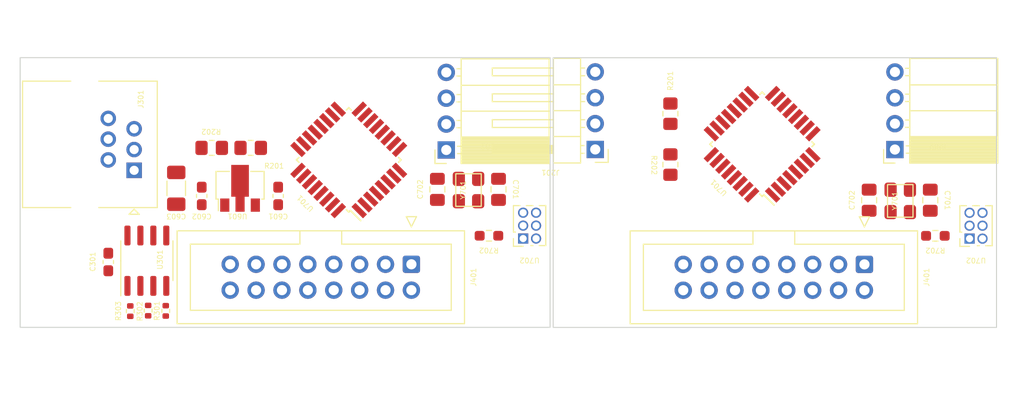
<source format=kicad_pcb>
(kicad_pcb (version 20211014) (generator pcbnew)
  (layers (0 "F.Cu" signal) (31 "B.Cu" signal) (34 "B.Paste" user) (35 "F.Paste" user) (36 "B.SilkS" user "B.Silkscreen") (37 "F.SilkS" user "F.Silkscreen") (38 "B.Mask" user) (39 "F.Mask" user) (44 "Edge.Cuts" user))
  (net 0 "")
  (net 1 "Tx")
  (net 2 "Rx")
  (net 3 "GND")
  (net 4 "dir")
  (net 5 "GPIO1")
  (net 6 "GPIO2")
  (net 7 "GPIO3")
  (net 8 "GPIO4")
  (net 9 "GPIO5")
  (net 10 "GPIO6")
  (net 11 "GPIO7")
  (net 12 "GPIO8")
  (net 13 "GPIO9")
  (net 14 "GPIO10")
  (net 15 "GPIO11")
  (net 16 "+3V3")
  (net 17 "GPIO12")
  (net 18 "GPIO13")
  (net 19 "GPIO14")
  (net 20 "SDA")
  (net 21 "SCL")
  (net 22 "Net-(A201-Pad26)")
  (net 23 "+5V")
  (net 24 "+12V")
  (net 26 "B")
  (net 27 "A")
  (net 29 "/atmega328/X1")
  (net 30 "/atmega328/X2")
  (net 31 "Net-(R701-Pad2)")
  (net 32 "/atmega328/RESET")
  (net 56 "/atmega328/MOSI")
  (net 57 "/atmega328/SCK")
  (net 58 "/atmega328/MISO")
  (footprint "Connector_IDC:IDC-Header_2x08_P2.54mm_Vertical" (layer "F.Cu") (at 178.872 103.9935 -90)
    (fp_text reference "J401" (at 1.27 -6.1 -270 unlocked) (layer "F.SilkS") (effects (font (size 0.5 0.5) (thickness 0.075))))
    (fp_text value "Conn_02x08_Counter_Clockwise")
    (fp_line (start -1.98 10.94) (end -1.98 10.94) (layer "F.SilkS") (width 0.12))
    (fp_line (start -1.98 -3.91) (end 4.52 -3.91) (layer "F.SilkS") (width 0.12))
    (fp_line (start -3.29 -5.21) (end 5.83 -5.21) (layer "F.SilkS") (width 0.12))
    (fp_line (start -3.29 6.84) (end -1.98 6.84) (layer "F.SilkS") (width 0.12))
    (fp_line (start 5.83 -5.21) (end 5.83 22.99) (layer "F.SilkS") (width 0.12))
    (fp_line (start -1.98 10.94) (end -3.29 10.94) (layer "F.SilkS") (width 0.12))
    (fp_line (start -3.68 0) (end -4.68 -0.5) (layer "F.SilkS") (width 0.12))
    (fp_line (start -4.68 0.5) (end -3.68 0) (layer "F.SilkS") (width 0.12))
    (fp_line (start -1.98 21.69) (end -1.98 10.94) (layer "F.SilkS") (width 0.12))
    (fp_line (start -3.29 22.99) (end -3.29 -5.21) (layer "F.SilkS") (width 0.12))
    (fp_line (start -4.68 -0.5) (end -4.68 0.5) (layer "F.SilkS") (width 0.12))
    (fp_line (start 4.52 -3.91) (end 4.52 21.69) (layer "F.SilkS") (width 0.12))
    (fp_line (start 5.83 22.99) (end -3.29 22.99) (layer "F.SilkS") (width 0.12))
    (fp_line (start 4.52 21.69) (end -1.98 21.69) (layer "F.SilkS") (width 0.12))
    (fp_line (start -1.98 6.84) (end -1.98 -3.91) (layer "F.SilkS") (width 0.12))
    (pad "1" thru_hole roundrect (at 0 0 270) (size 1.7 1.7) (drill 1) (layers *.Cu *.Mask) (roundrect_rratio 0.147059) (net 16 "+3V3"))
    (pad "2" thru_hole circle (at 2.54 0 270) (size 1.7 1.7) (drill 1) (layers *.Cu *.Mask) (net 19 "GPIO14"))
    (pad "3" thru_hole circle (at 0 2.54 270) (size 1.7 1.7) (drill 1) (layers *.Cu *.Mask) (net 18 "GPIO13"))
    (pad "4" thru_hole circle (at 2.54 2.54 270) (size 1.7 1.7) (drill 1) (layers *.Cu *.Mask) (net 17 "GPIO12"))
    (pad "5" thru_hole circle (at 0 5.08 270) (size 1.7 1.7) (drill 1) (layers *.Cu *.Mask) (net 15 "GPIO11"))
    (pad "6" thru_hole circle (at 2.54 5.08 270) (size 1.7 1.7) (drill 1) (layers *.Cu *.Mask) (net 14 "GPIO10"))
    (pad "7" thru_hole circle (at 0 7.62 270) (size 1.7 1.7) (drill 1) (layers *.Cu *.Mask) (net 13 "GPIO9"))
    (pad "8" thru_hole circle (at 2.54 7.62 270) (size 1.7 1.7) (drill 1) (layers *.Cu *.Mask) (net 3 "GND"))
    (pad "9" thru_hole circle (at 0 10.16 270) (size 1.7 1.7) (drill 1) (layers *.Cu *.Mask) (net 12 "GPIO8"))
    (pad "10" thru_hole circle (at 2.54 10.16 270) (size 1.7 1.7) (drill 1) (layers *.Cu *.Mask) (net 11 "GPIO7"))
    (pad "11" thru_hole circle (at 0 12.7 270) (size 1.7 1.7) (drill 1) (layers *.Cu *.Mask) (net 10 "GPIO6"))
    (pad "12" thru_hole circle (at 2.54 12.7 270) (size 1.7 1.7) (drill 1) (layers *.Cu *.Mask) (net 9 "GPIO5"))
    (pad "13" thru_hole circle (at 0 15.24 270) (size 1.7 1.7) (drill 1) (layers *.Cu *.Mask) (net 8 "GPIO4"))
    (pad "14" thru_hole circle (at 2.54 15.24 270) (size 1.7 1.7) (drill 1) (layers *.Cu *.Mask) (net 7 "GPIO3"))
    (pad "15" thru_hole circle (at 0 17.78 270) (size 1.7 1.7) (drill 1) (layers *.Cu *.Mask) (net 6 "GPIO2"))
    (pad "16" thru_hole circle (at 2.54 17.78 270) (size 1.7 1.7) (drill 1) (layers *.Cu *.Mask) (net 5 "GPIO1"))
  )
  (footprint "Connector_PinSocket_2.54mm:PinSocket_1x04_P2.54mm_Horizontal" (layer "F.Cu") (at 181.864 92.71 180)
    (fp_text reference "J202" (at -4.2634 0.35 180 unlocked) (layer "F.SilkS") (effects (font (size 0.5 0.5) (thickness 0.075))))
    (fp_text value "Conn_01x04_Female")
    (fp_line (start -10.09 -0.50143) (end -1.46 -0.50143) (layer "F.SilkS") (width 0.12))
    (fp_line (start -10.09 0.20714) (end -1.46 0.20714) (layer "F.SilkS") (width 0.12))
    (fp_line (start -10.09 -1.33) (end -10.09 8.95) (layer "F.SilkS") (width 0.12))
    (fp_line (start -1.46 7.98) (end -1.05 7.98) (layer "F.SilkS") (width 0.12))
    (fp_line (start -1.46 2.9) (end -1.05 2.9) (layer "F.SilkS") (width 0.12))
    (fp_line (start -1.46 4.72) (end -1.05 4.72) (layer "F.SilkS") (width 0.12))
    (fp_line (start -10.09 0.44333) (end -1.46 0.44333) (layer "F.SilkS") (width 0.12))
    (fp_line (start -10.09 0.67952) (end -1.46 0.67952) (layer "F.SilkS") (width 0.12))
    (fp_line (start -10.09 1.033805) (end -1.46 1.033805) (layer "F.SilkS") (width 0.12))
    (fp_line (start -10.09 8.95) (end -1.46 8.95) (layer "F.SilkS") (width 0.12))
    (fp_line (start -10.09 -0.855715) (end -1.46 -0.855715) (layer "F.SilkS") (width 0.12))
    (fp_line (start -10.09 0.797615) (end -1.46 0.797615) (layer "F.SilkS") (width 0.12))
    (fp_line (start -1.46 7.26) (end -1.05 7.26) (layer "F.SilkS") (width 0.12))
    (fp_line (start -10.09 -1.33) (end -1.46 -1.33) (layer "F.SilkS") (width 0.12))
    (fp_line (start -10.09 -0.619525) (end -1.46 -0.619525) (layer "F.SilkS") (width 0.12))
    (fp_line (start -10.09 0.561425) (end -1.46 0.561425) (layer "F.SilkS") (width 0.12))
    (fp_line (start -10.09 1.27) (end -1.46 1.27) (layer "F.SilkS") (width 0.12))
    (fp_line (start -10.09 0.325235) (end -1.46 0.325235) (layer "F.SilkS") (width 0.12))
    (fp_line (start -10.09 0.91571) (end -1.46 0.91571) (layer "F.SilkS") (width 0.12))
    (fp_line (start -1.46 0.36) (end -1.11 0.36) (layer "F.SilkS") (width 0.12))
    (fp_line (start -10.09 -1.21) (end -1.46 -1.21) (layer "F.SilkS") (width 0.12))
    (fp_line (start -10.09 -0.73762) (end -1.46 -0.73762) (layer "F.SilkS") (width 0.12))
    (fp_line (start -10.09 -0.147145) (end -1.46 -0.147145) (layer "F.SilkS") (width 0.12))
    (fp_line (start -10.09 1.1519) (end -1.46 1.1519) (layer "F.SilkS") (width 0.12))
    (fp_line (start 0 -1.33) (end 1.11 -1.33) (layer "F.SilkS") (width 0.12))
    (fp_line (start -10.09 6.35) (end -1.46 6.35) (layer "F.SilkS") (width 0.12))
    (fp_line (start -10.09 3.81) (end -1.46 3.81) (layer "F.SilkS") (width 0.12))
    (fp_line (start -10.09 -0.383335) (end -1.46 -0.383335) (layer "F.SilkS") (width 0.12))
    (fp_line (start -1.46 -0.36) (end -1.11 -0.36) (layer "F.SilkS") (width 0.12))
    (fp_line (start -1.46 2.18) (end -1.05 2.18) (layer "F.SilkS") (width 0.12))
    (fp_line (start 1.11 -1.33) (end 1.11 0) (layer "F.SilkS") (width 0.12))
    (fp_line (start -10.09 -0.02905) (end -1.46 -0.02905) (layer "F.SilkS") (width 0.12))
    (fp_line (start -10.09 -1.091905) (end -1.46 -1.091905) (layer "F.SilkS") (width 0.12))
    (fp_line (start -10.09 -0.26524) (end -1.46 -0.26524) (layer "F.SilkS") (width 0.12))
    (fp_line (start -1.46 -1.33) (end -1.46 8.95) (layer "F.SilkS") (width 0.12))
    (fp_line (start -1.46 5.44) (end -1.05 5.44) (layer "F.SilkS") (width 0.12))
    (fp_line (start -10.09 0.089045) (end -1.46 0.089045) (layer "F.SilkS") (width 0.12))
    (fp_line (start -10.09 -0.97381) (end -1.46 -0.97381) (layer "F.SilkS") (width 0.12))
    (pad "1" thru_hole rect (at 0 0 180) (size 1.7 1.7) (drill 1) (layers *.Cu *.Mask) (net 21 "SCL"))
    (pad "2" thru_hole oval (at 0 2.54 180) (size 1.7 1.7) (drill 1) (layers *.Cu *.Mask) (net 20 "SDA"))
    (pad "3" thru_hole oval (at 0 5.08 180) (size 1.7 1.7) (drill 1) (layers *.Cu *.Mask) (net 23 "+5V"))
    (pad "4" thru_hole oval (at 0 7.62 180) (size 1.7 1.7) (drill 1) (layers *.Cu *.Mask) (net 3 "GND"))
  )
  (footprint "Capacitor_SMD:C_0603_1608Metric_Pad1.08x0.95mm_HandSolder" (layer "F.Cu") (at 121.342 97.27 90)
    (fp_text reference "C601" (at -2 0 180 unlocked) (layer "F.SilkS") (effects (font (size 0.5 0.5) (thickness 0.075))))
    (fp_text value "330nF")
    (fp_line (start -0.146267 0.51) (end 0.146267 0.51) (layer "F.SilkS") (width 0.12))
    (fp_line (start -0.146267 -0.51) (end 0.146267 -0.51) (layer "F.SilkS") (width 0.12))
    (pad "1" smd roundrect (at -0.8625 0 90) (size 1.075 0.95) (layers "F.Cu" "F.Paste" "F.Mask") (net 24 "+12V"))
    (pad "2" smd roundrect (at 0.8625 0 90) (size 1.075 0.95) (layers "F.Cu" "F.Paste" "F.Mask") (net 3 "GND"))
  )
  (footprint "Resistor_SMD:R_0603_1608Metric_Pad0.98x0.95mm_HandSolder" (layer "F.Cu") (at 142.026 101.18 180)
    (fp_text reference "R702" (at 0 -1.43 180 unlocked) (layer "F.SilkS") (effects (font (size 0.5 0.5) (thickness 0.075))))
    (fp_text value "10k")
    (fp_line (start -0.254724 0.5225) (end 0.254724 0.5225) (layer "F.SilkS") (width 0.12))
    (fp_line (start -0.254724 -0.5225) (end 0.254724 -0.5225) (layer "F.SilkS") (width 0.12))
    (pad "1" smd roundrect (at -0.9125 0 180) (size 0.975 0.95) (layers "F.Cu" "F.Paste" "F.Mask") (net 23 "+5V"))
    (pad "2" smd roundrect (at 0.9125 0 180) (size 0.975 0.95) (layers "F.Cu" "F.Paste" "F.Mask") (net 32 "/atmega328/RESET"))
  )
  (footprint "MountingHole:MountingHole_3.2mm_M3" (layer "F.Cu") (at 144.526 106.68 90)
    (fp_text reference "REF**" hide)
    (fp_text value "MountingHole_3.2mm_M3")
    (pad "" np_thru_hole circle (at 0 0 90) (size 3.2 3.2) (drill 3.2) (layers *.Cu *.Mask))
  )
  (footprint "MountingHole:MountingHole_3.2mm_M3" (layer "F.Cu") (at 151.832 106.688 90)
    (fp_text reference "REF**" hide)
    (fp_text value "MountingHole_3.2mm_M3")
    (pad "" np_thru_hole circle (at 0 0 90) (size 3.2 3.2) (drill 3.2) (layers *.Cu *.Mask))
  )
  (footprint "Connector_RJ:RJ25_Wayconn_MJEA-660X1_Horizontal" (layer "F.Cu") (at 107.21 94.752 -90)
    (fp_text reference "J301" (at -6.985 -0.66 90 unlocked) (layer "F.SilkS") (effects (font (size 0.5 0.5) (thickness 0.075))))
    (fp_text value "RJ12")
    (fp_line (start 3.82 0) (end 4.32 0.5) (layer "F.SilkS") (width 0.12))
    (fp_line (start -8.76 -2.27) (end -8.76 3.47) (layer "F.SilkS") (width 0.12))
    (fp_line (start -8.76 6.22) (end -8.76 10.95) (layer "F.SilkS") (width 0.12))
    (fp_line (start -8.76 -2.27) (end 3.66 -2.27) (layer "F.SilkS") (width 0.12))
    (fp_line (start 4.32 -0.5) (end 4.32 0.5) (layer "F.SilkS") (width 0.12))
    (fp_line (start 3.66 6.22) (end 3.66 10.95) (layer "F.SilkS") (width 0.12))
    (fp_line (start -8.76 10.95) (end 3.66 10.95) (layer "F.SilkS") (width 0.12))
    (fp_line (start 4.32 -0.5) (end 3.82 0) (layer "F.SilkS") (width 0.12))
    (fp_line (start 3.66 -2.27) (end 3.66 3.47) (layer "F.SilkS") (width 0.12))
    (pad "" np_thru_hole circle (at -8.55 4.84 270) (size 2.3 2.3) (drill 2.3) (layers *.Cu *.Mask))
    (pad "" np_thru_hole circle (at 3.45 4.84 270) (size 2.3 2.3) (drill 2.3) (layers *.Cu *.Mask))
    (pad "1" thru_hole rect (at 0 0 270) (size 1.52 1.52) (drill 0.9) (layers *.Cu *.Mask))
    (pad "2" thru_hole circle (at -1.02 2.54 270) (size 1.52 1.52) (drill 0.9) (layers *.Cu *.Mask) (net 3 "GND"))
    (pad "3" thru_hole circle (at -2.04 0 270) (size 1.52 1.52) (drill 0.9) (layers *.Cu *.Mask) (net 26 "B"))
    (pad "4" thru_hole circle (at -3.06 2.54 270) (size 1.52 1.52) (drill 0.9) (layers *.Cu *.Mask) (net 27 "A"))
    (pad "5" thru_hole circle (at -4.08 0 270) (size 1.52 1.52) (drill 0.9) (layers *.Cu *.Mask) (net 24 "+12V"))
    (pad "6" thru_hole circle (at -5.1 2.54 270) (size 1.52 1.52) (drill 0.9) (layers *.Cu *.Mask))
  )
  (footprint "Resistor_SMD:R_0603_1608Metric_Pad0.98x0.95mm_HandSolder" (layer "F.Cu") (at 185.832 101.188 180)
    (fp_text reference "R702" (at 0 -1.43 180 unlocked) (layer "F.SilkS") (effects (font (size 0.5 0.5) (thickness 0.075))))
    (fp_text value "10k")
    (fp_line (start -0.254724 0.5225) (end 0.254724 0.5225) (layer "F.SilkS") (width 0.12))
    (fp_line (start -0.254724 -0.5225) (end 0.254724 -0.5225) (layer "F.SilkS") (width 0.12))
    (pad "1" smd roundrect (at -0.9125 0 180) (size 0.975 0.95) (layers "F.Cu" "F.Paste" "F.Mask") (net 23 "+5V"))
    (pad "2" smd roundrect (at 0.9125 0 180) (size 0.975 0.95) (layers "F.Cu" "F.Paste" "F.Mask") (net 32 "/atmega328/RESET"))
  )
  (footprint "Connector_PinSocket_1.27mm:PinSocket_2x03_P1.27mm_Vertical" (layer "F.Cu") (at 189.187 101.463 180)
    (fp_text reference "U702" (at -0.635 -2.135 180 unlocked) (layer "F.SilkS") (effects (font (size 0.5 0.5) (thickness 0.075))))
    (fp_text value "HEADER_3x2")
    (fp_line (start -0.96247 3.235) (end -0.30753 3.235) (layer "F.SilkS") (width 0.12))
    (fp_line (start -2.22 -0.695) (end -2.22 3.235) (layer "F.SilkS") (width 0.12))
    (fp_line (start -0.96247 -0.695) (end -0.76 -0.695) (layer "F.SilkS") (width 0.12))
    (fp_line (start 0.76 0.635) (end 0.95 0.635) (layer "F.SilkS") (width 0.12))
    (fp_line (start 0.30753 3.235) (end 0.95 3.235) (layer "F.SilkS") (width 0.12))
    (fp_line (start -2.22 -0.695) (end -1.57753 -0.695) (layer "F.SilkS") (width 0.12))
    (fp_line (start 0.95 -0.76) (end 0.95 0) (layer "F.SilkS") (width 0.12))
    (fp_line (start -2.22 3.235) (end -1.57753 3.235) (layer "F.SilkS") (width 0.12))
    (fp_line (start 0.95 0.635) (end 0.95 3.235) (layer "F.SilkS") (width 0.12))
    (fp_line (start 0 -0.76) (end 0.95 -0.76) (layer "F.SilkS") (width 0.12))
    (pad "1" thru_hole rect (at 0 0 180) (size 1 1) (drill 0.7) (layers *.Cu *.Mask) (net 3 "GND"))
    (pad "2" thru_hole oval (at -1.27 0 180) (size 1 1) (drill 0.7) (layers *.Cu *.Mask) (net 32 "/atmega328/RESET"))
    (pad "3" thru_hole oval (at 0 1.27 180) (size 1 1) (drill 0.7) (layers *.Cu *.Mask) (net 56 "/atmega328/MOSI"))
    (pad "4" thru_hole oval (at -1.27 1.27 180) (size 1 1) (drill 0.7) (layers *.Cu *.Mask) (net 57 "/atmega328/SCK"))
    (pad "5" thru_hole oval (at 0 2.54 180) (size 1 1) (drill 0.7) (layers *.Cu *.Mask) (net 23 "+5V"))
    (pad "6" thru_hole oval (at -1.27 2.54 180) (size 1 1) (drill 0.7) (layers *.Cu *.Mask) (net 58 "/atmega328/MISO"))
  )
  (footprint "Capacitor_SMD:C_0603_1608Metric_Pad1.08x0.95mm_HandSolder" (layer "F.Cu") (at 104.6734 103.759 -90)
    (fp_text reference "C301" (at -0.0254 1.524 90 unlocked) (layer "F.SilkS") (effects (font (size 0.5 0.5) (thickness 0.075))))
    (fp_text value "100n")
    (fp_line (start -0.146267 0.51) (end 0.146267 0.51) (layer "F.SilkS") (width 0.12))
    (fp_line (start -0.146267 -0.51) (end 0.146267 -0.51) (layer "F.SilkS") (width 0.12))
    (pad "1" smd roundrect (at -0.8625 0 270) (size 1.075 0.95) (layers "F.Cu" "F.Paste" "F.Mask") (net 23 "+5V"))
    (pad "2" smd roundrect (at 0.8625 0 270) (size 1.075 0.95) (layers "F.Cu" "F.Paste" "F.Mask") (net 3 "GND"))
  )
  (footprint "Package_TO_SOT_SMD:SOT-89-3" (layer "F.Cu") (at 117.602 96.52 90)
    (fp_text reference "U601" (at -2.75 -0.26 180 unlocked) (layer "F.SilkS") (effects (font (size 0.5 0.5) (thickness 0.075))))
    (fp_text value "L78L05_SOT89")
    (fp_line (start -2.2 -2.13) (end -1.06 -2.13) (layer "F.SilkS") (width 0.12))
    (fp_line (start -1.06 2.36) (end -1.06 2.13) (layer "F.SilkS") (width 0.12))
    (fp_line (start -1.06 -2.36) (end -1.06 -2.13) (layer "F.SilkS") (width 0.12))
    (fp_line (start 1.66 2.36) (end -1.06 2.36) (layer "F.SilkS") (width 0.12))
    (fp_line (start 1.66 1.05) (end 1.66 2.36) (layer "F.SilkS") (width 0.12))
    (fp_line (start 1.66 -2.36) (end 1.66 -1.05) (layer "F.SilkS") (width 0.12))
    (fp_line (start -1.06 -2.36) (end 1.66 -2.36) (layer "F.SilkS") (width 0.12))
    (pad "1" smd rect (at -1.65 -1.5 90) (size 1.3 0.9) (layers "F.Cu" "F.Paste" "F.Mask") (net 23 "+5V"))
    (pad "2" smd custom (at -1.5625 0 90) (size 1.475 0.9) (layers "F.Cu" "F.Paste" "F.Mask") (net 3 "GND") (options (clearance outline) (anchor rect)) (primitives (gr_poly (pts (xy 3.8625 0.8665) (xy 0.7375 0.8665) (xy 0.7375 -0.8665) (xy 3.8625 -0.8665)) (width 0) (fill yes))))
    (pad "3" smd rect (at -1.65 1.5 90) (size 1.3 0.9) (layers "F.Cu" "F.Paste" "F.Mask") (net 24 "+12V"))
  )
  (footprint "MountingHole:MountingHole_3.2mm_M3" (layer "F.Cu") (at 188.332 106.688 90)
    (fp_text reference "REF**" hide)
    (fp_text value "MountingHole_3.2mm_M3")
    (pad "" np_thru_hole circle (at 0 0 90) (size 3.2 3.2) (drill 3.2) (layers *.Cu *.Mask))
  )
  (footprint "Connector_IDC:IDC-Header_2x08_P2.54mm_Vertical" (layer "F.Cu") (at 134.416 103.9855 -90)
    (fp_text reference "J401" (at 1.27 -6.1 -270 unlocked) (layer "F.SilkS") (effects (font (size 0.5 0.5) (thickness 0.075))))
    (fp_text value "Conn_02x08_Counter_Clockwise")
    (fp_line (start -1.98 10.94) (end -1.98 10.94) (layer "F.SilkS") (width 0.12))
    (fp_line (start -1.98 -3.91) (end 4.52 -3.91) (layer "F.SilkS") (width 0.12))
    (fp_line (start -3.29 -5.21) (end 5.83 -5.21) (layer "F.SilkS") (width 0.12))
    (fp_line (start -3.29 6.84) (end -1.98 6.84) (layer "F.SilkS") (width 0.12))
    (fp_line (start 5.83 -5.21) (end 5.83 22.99) (layer "F.SilkS") (width 0.12))
    (fp_line (start -1.98 10.94) (end -3.29 10.94) (layer "F.SilkS") (width 0.12))
    (fp_line (start -3.68 0) (end -4.68 -0.5) (layer "F.SilkS") (width 0.12))
    (fp_line (start -4.68 0.5) (end -3.68 0) (layer "F.SilkS") (width 0.12))
    (fp_line (start -1.98 21.69) (end -1.98 10.94) (layer "F.SilkS") (width 0.12))
    (fp_line (start -3.29 22.99) (end -3.29 -5.21) (layer "F.SilkS") (width 0.12))
    (fp_line (start -4.68 -0.5) (end -4.68 0.5) (layer "F.SilkS") (width 0.12))
    (fp_line (start 4.52 -3.91) (end 4.52 21.69) (layer "F.SilkS") (width 0.12))
    (fp_line (start 5.83 22.99) (end -3.29 22.99) (layer "F.SilkS") (width 0.12))
    (fp_line (start 4.52 21.69) (end -1.98 21.69) (layer "F.SilkS") (width 0.12))
    (fp_line (start -1.98 6.84) (end -1.98 -3.91) (layer "F.SilkS") (width 0.12))
    (pad "1" thru_hole roundrect (at 0 0 270) (size 1.7 1.7) (drill 1) (layers *.Cu *.Mask) (roundrect_rratio 0.147059) (net 16 "+3V3"))
    (pad "2" thru_hole circle (at 2.54 0 270) (size 1.7 1.7) (drill 1) (layers *.Cu *.Mask) (net 19 "GPIO14"))
    (pad "3" thru_hole circle (at 0 2.54 270) (size 1.7 1.7) (drill 1) (layers *.Cu *.Mask) (net 18 "GPIO13"))
    (pad "4" thru_hole circle (at 2.54 2.54 270) (size 1.7 1.7) (drill 1) (layers *.Cu *.Mask) (net 17 "GPIO12"))
    (pad "5" thru_hole circle (at 0 5.08 270) (size 1.7 1.7) (drill 1) (layers *.Cu *.Mask) (net 15 "GPIO11"))
    (pad "6" thru_hole circle (at 2.54 5.08 270) (size 1.7 1.7) (drill 1) (layers *.Cu *.Mask) (net 14 "GPIO10"))
    (pad "7" thru_hole circle (at 0 7.62 270) (size 1.7 1.7) (drill 1) (layers *.Cu *.Mask) (net 13 "GPIO9"))
    (pad "8" thru_hole circle (at 2.54 7.62 270) (size 1.7 1.7) (drill 1) (layers *.Cu *.Mask) (net 3 "GND"))
    (pad "9" thru_hole circle (at 0 10.16 270) (size 1.7 1.7) (drill 1) (layers *.Cu *.Mask) (net 12 "GPIO8"))
    (pad "10" thru_hole circle (at 2.54 10.16 270) (size 1.7 1.7) (drill 1) (layers *.Cu *.Mask) (net 11 "GPIO7"))
    (pad "11" thru_hole circle (at 0 12.7 270) (size 1.7 1.7) (drill 1) (layers *.Cu *.Mask) (net 10 "GPIO6"))
    (pad "12" thru_hole circle (at 2.54 12.7 270) (size 1.7 1.7) (drill 1) (layers *.Cu *.Mask) (net 9 "GPIO5"))
    (pad "13" thru_hole circle (at 0 15.24 270) (size 1.7 1.7) (drill 1) (layers *.Cu *.Mask) (net 8 "GPIO4"))
    (pad "14" thru_hole circle (at 2.54 15.24 270) (size 1.7 1.7) (drill 1) (layers *.Cu *.Mask) (net 7 "GPIO3"))
    (pad "15" thru_hole circle (at 0 17.78 270) (size 1.7 1.7) (drill 1) (layers *.Cu *.Mask) (net 6 "GPIO2"))
    (pad "16" thru_hole circle (at 2.54 17.78 270) (size 1.7 1.7) (drill 1) (layers *.Cu *.Mask) (net 5 "GPIO1"))
  )
  (footprint "Capacitor_SMD:C_0805_2012Metric_Pad1.18x1.45mm_HandSolder" (layer "F.Cu") (at 185.332 97.688 -90)
    (fp_text reference "C701" (at 0 -1.68 -90 unlocked) (layer "F.SilkS") (effects (font (size 0.5 0.5) (thickness 0.075))))
    (fp_text value "12pF")
    (fp_line (start -0.261252 -0.735) (end 0.261252 -0.735) (layer "F.SilkS") (width 0.12))
    (fp_line (start -0.261252 0.735) (end 0.261252 0.735) (layer "F.SilkS") (width 0.12))
    (pad "1" smd roundrect (at -1.0375 0 270) (size 1.175 1.45) (layers "F.Cu" "F.Paste" "F.Mask") (roundrect_rratio 0.212766) (net 3 "GND"))
    (pad "2" smd roundrect (at 1.0375 0 270) (size 1.175 1.45) (layers "F.Cu" "F.Paste" "F.Mask") (roundrect_rratio 0.212766) (net 29 "/atmega328/X1"))
  )
  (footprint "Resistor_SMD:R_0402_1005Metric" (layer "F.Cu") (at 110.3122 108.5596 90)
    (fp_text reference "R301" (at 0 -0.8636 90 unlocked) (layer "F.SilkS") (effects (font (size 0.5 0.5) (thickness 0.075))))
    (fp_text value "10k")
    (fp_line (start -0.153641 0.38) (end 0.153641 0.38) (layer "F.SilkS") (width 0.12))
    (fp_line (start -0.153641 -0.38) (end 0.153641 -0.38) (layer "F.SilkS") (width 0.12))
    (pad "1" smd roundrect (at -0.51 0 90) (size 0.54 0.64) (layers "F.Cu" "F.Paste" "F.Mask") (net 23 "+5V"))
    (pad "2" smd roundrect (at 0.51 0 90) (size 0.54 0.64) (layers "F.Cu" "F.Paste" "F.Mask") (net 1 "Tx"))
  )
  (footprint "Connector_PinSocket_1.27mm:PinSocket_2x03_P1.27mm_Vertical" (layer "F.Cu") (at 145.381 101.455 180)
    (fp_text reference "U702" (at -0.635 -2.135 180 unlocked) (layer "F.SilkS") (effects (font (size 0.5 0.5) (thickness 0.075))))
    (fp_text value "HEADER_3x2")
    (fp_line (start -0.96247 3.235) (end -0.30753 3.235) (layer "F.SilkS") (width 0.12))
    (fp_line (start -2.22 -0.695) (end -2.22 3.235) (layer "F.SilkS") (width 0.12))
    (fp_line (start -0.96247 -0.695) (end -0.76 -0.695) (layer "F.SilkS") (width 0.12))
    (fp_line (start 0.76 0.635) (end 0.95 0.635) (layer "F.SilkS") (width 0.12))
    (fp_line (start 0.30753 3.235) (end 0.95 3.235) (layer "F.SilkS") (width 0.12))
    (fp_line (start -2.22 -0.695) (end -1.57753 -0.695) (layer "F.SilkS") (width 0.12))
    (fp_line (start 0.95 -0.76) (end 0.95 0) (layer "F.SilkS") (width 0.12))
    (fp_line (start -2.22 3.235) (end -1.57753 3.235) (layer "F.SilkS") (width 0.12))
    (fp_line (start 0.95 0.635) (end 0.95 3.235) (layer "F.SilkS") (width 0.12))
    (fp_line (start 0 -0.76) (end 0.95 -0.76) (layer "F.SilkS") (width 0.12))
    (pad "1" thru_hole rect (at 0 0 180) (size 1 1) (drill 0.7) (layers *.Cu *.Mask) (net 3 "GND"))
    (pad "2" thru_hole oval (at -1.27 0 180) (size 1 1) (drill 0.7) (layers *.Cu *.Mask) (net 32 "/atmega328/RESET"))
    (pad "3" thru_hole oval (at 0 1.27 180) (size 1 1) (drill 0.7) (layers *.Cu *.Mask) (net 56 "/atmega328/MOSI"))
    (pad "4" thru_hole oval (at -1.27 1.27 180) (size 1 1) (drill 0.7) (layers *.Cu *.Mask) (net 57 "/atmega328/SCK"))
    (pad "5" thru_hole oval (at 0 2.54 180) (size 1 1) (drill 0.7) (layers *.Cu *.Mask) (net 23 "+5V"))
    (pad "6" thru_hole oval (at -1.27 2.54 180) (size 1 1) (drill 0.7) (layers *.Cu *.Mask) (net 58 "/atmega328/MISO"))
  )
  (footprint "Capacitor_SMD:C_0805_2012Metric_Pad1.18x1.45mm_HandSolder" (layer "F.Cu") (at 142.965 96.6225 -90)
    (fp_text reference "C701" (at 0 -1.68 -90 unlocked) (layer "F.SilkS") (effects (font (size 0.5 0.5) (thickness 0.075))))
    (fp_text value "12pF")
    (fp_line (start -0.261252 -0.735) (end 0.261252 -0.735) (layer "F.SilkS") (width 0.12))
    (fp_line (start -0.261252 0.735) (end 0.261252 0.735) (layer "F.SilkS") (width 0.12))
    (pad "1" smd roundrect (at -1.0375 0 270) (size 1.175 1.45) (layers "F.Cu" "F.Paste" "F.Mask") (roundrect_rratio 0.212766) (net 3 "GND"))
    (pad "2" smd roundrect (at 1.0375 0 270) (size 1.175 1.45) (layers "F.Cu" "F.Paste" "F.Mask") (roundrect_rratio 0.212766) (net 29 "/atmega328/X1"))
  )
  (footprint "Resistor_SMD:R_0805_2012Metric_Pad1.20x1.40mm_HandSolder" (layer "F.Cu") (at 159.832 94.188 90)
    (fp_text reference "R202" (at -0.0508 -1.6002 -90 unlocked) (layer "F.SilkS") (effects (font (size 0.5 0.5) (thickness 0.075))))
    (fp_text value "6k2")
    (fp_line (start -0.227064 -0.735) (end 0.227064 -0.735) (layer "F.SilkS") (width 0.12))
    (fp_line (start -0.227064 0.735) (end 0.227064 0.735) (layer "F.SilkS") (width 0.12))
    (pad "1" smd roundrect (at -1 0 90) (size 1.2 1.4) (layers "F.Cu" "F.Paste" "F.Mask") (roundrect_rratio 0.208333) (net 22 "Net-(A201-Pad26)"))
    (pad "2" smd roundrect (at 1 0 90) (size 1.2 1.4) (layers "F.Cu" "F.Paste" "F.Mask") (roundrect_rratio 0.208333) (net 3 "GND"))
  )
  (footprint "Package_QFP:TQFP-32_7x7mm_P0.8mm" (layer "F.Cu") (at 168.832 92.188 135)
    (fp_text reference "U701" (at 0 -6.05 135 unlocked) (layer "F.SilkS") (effects (font (size 0.5 0.5) (thickness 0.075))))
    (fp_text value "ATmega328-A")
    (fp_line (start -3.625 -3.625) (end -3.625 -3.4) (layer "F.SilkS") (width 0.15))
    (fp_line (start 3.625 -3.625) (end 3.3 -3.625) (layer "F.SilkS") (width 0.15))
    (fp_line (start -3.625 3.625) (end -3.3 3.625) (layer "F.SilkS") (width 0.15))
    (fp_line (start 3.625 -3.625) (end 3.625 -3.3) (layer "F.SilkS") (width 0.15))
    (fp_line (start -3.625 -3.625) (end -3.3 -3.625) (layer "F.SilkS") (width 0.15))
    (fp_line (start 3.625 3.625) (end 3.3 3.625) (layer "F.SilkS") (width 0.15))
    (fp_line (start 3.625 3.625) (end 3.625 3.3) (layer "F.SilkS") (width 0.15))
    (fp_line (start -3.625 -3.4) (end -5.05 -3.4) (layer "F.SilkS") (width 0.15))
    (fp_line (start -3.625 3.625) (end -3.625 3.3) (layer "F.SilkS") (width 0.15))
    (pad "1" smd rect (at -4.25 -2.8 135) (size 1.6 0.55) (layers "F.Cu" "F.Paste" "F.Mask"))
    (pad "2" smd rect (at -4.25 -2 135) (size 1.6 0.55) (layers "F.Cu" "F.Paste" "F.Mask"))
    (pad "3" smd rect (at -4.25 -1.2 135) (size 1.6 0.55) (layers "F.Cu" "F.Paste" "F.Mask") (net 3 "GND"))
    (pad "4" smd rect (at -4.25 -0.4 135) (size 1.6 0.55) (layers "F.Cu" "F.Paste" "F.Mask") (net 23 "+5V"))
    (pad "5" smd rect (at -4.25 0.4 135) (size 1.6 0.55) (layers "F.Cu" "F.Paste" "F.Mask") (net 3 "GND"))
    (pad "6" smd rect (at -4.25 1.2 135) (size 1.6 0.55) (layers "F.Cu" "F.Paste" "F.Mask") (net 23 "+5V"))
    (pad "7" smd rect (at -4.25 2 135) (size 1.6 0.55) (layers "F.Cu" "F.Paste" "F.Mask") (net 29 "/atmega328/X1"))
    (pad "8" smd rect (at -4.25 2.8 135) (size 1.6 0.55) (layers "F.Cu" "F.Paste" "F.Mask") (net 30 "/atmega328/X2"))
    (pad "9" smd rect (at -2.8 4.25 225) (size 1.6 0.55) (layers "F.Cu" "F.Paste" "F.Mask"))
    (pad "10" smd rect (at -2 4.25 225) (size 1.6 0.55) (layers "F.Cu" "F.Paste" "F.Mask"))
    (pad "11" smd rect (at -1.2 4.25 225) (size 1.6 0.55) (layers "F.Cu" "F.Paste" "F.Mask"))
    (pad "12" smd rect (at -0.4 4.25 225) (size 1.6 0.55) (layers "F.Cu" "F.Paste" "F.Mask"))
    (pad "13" smd rect (at 0.4 4.25 225) (size 1.6 0.55) (layers "F.Cu" "F.Paste" "F.Mask"))
    (pad "14" smd rect (at 1.2 4.25 225) (size 1.6 0.55) (layers "F.Cu" "F.Paste" "F.Mask"))
    (pad "15" smd rect (at 2 4.25 225) (size 1.6 0.55) (layers "F.Cu" "F.Paste" "F.Mask"))
    (pad "16" smd rect (at 2.8 4.25 225) (size 1.6 0.55) (layers "F.Cu" "F.Paste" "F.Mask"))
    (pad "17" smd rect (at 4.25 2.8 135) (size 1.6 0.55) (layers "F.Cu" "F.Paste" "F.Mask"))
    (pad "18" smd rect (at 4.25 2 135) (size 1.6 0.55) (layers "F.Cu" "F.Paste" "F.Mask") (net 23 "+5V"))
    (pad "19" smd rect (at 4.25 1.2 135) (size 1.6 0.55) (layers "F.Cu" "F.Paste" "F.Mask"))
    (pad "20" smd rect (at 4.25 0.4 135) (size 1.6 0.55) (layers "F.Cu" "F.Paste" "F.Mask"))
    (pad "21" smd rect (at 4.25 -0.4 135) (size 1.6 0.55) (layers "F.Cu" "F.Paste" "F.Mask") (net 3 "GND"))
    (pad "22" smd rect (at 4.25 -1.2 135) (size 1.6 0.55) (layers "F.Cu" "F.Paste" "F.Mask") (net 31 "Net-(R701-Pad2)"))
    (pad "23" smd rect (at 4.25 -2 135) (size 1.6 0.55) (layers "F.Cu" "F.Paste" "F.Mask"))
    (pad "24" smd rect (at 4.25 -2.8 135) (size 1.6 0.55) (layers "F.Cu" "F.Paste" "F.Mask"))
    (pad "25" smd rect (at 2.8 -4.25 225) (size 1.6 0.55) (layers "F.Cu" "F.Paste" "F.Mask"))
    (pad "26" smd rect (at 2 -4.25 225) (size 1.6 0.55) (layers "F.Cu" "F.Paste" "F.Mask"))
    (pad "27" smd rect (at 1.2 -4.25 225) (size 1.6 0.55) (layers "F.Cu" "F.Paste" "F.Mask"))
    (pad "28" smd rect (at 0.4 -4.25 225) (size 1.6 0.55) (layers "F.Cu" "F.Paste" "F.Mask"))
    (pad "29" smd rect (at -0.4 -4.25 225) (size 1.6 0.55) (layers "F.Cu" "F.Paste" "F.Mask"))
    (pad "30" smd rect (at -1.2 -4.25 225) (size 1.6 0.55) (layers "F.Cu" "F.Paste" "F.Mask"))
    (pad "31" smd rect (at -2 -4.25 225) (size 1.6 0.55) (layers "F.Cu" "F.Paste" "F.Mask"))
    (pad "32" smd rect (at -2.8 -4.25 225) (size 1.6 0.55) (layers "F.Cu" "F.Paste" "F.Mask"))
  )
  (footprint "Resistor_SMD:R_0805_2012Metric_Pad1.20x1.40mm_HandSolder" (layer "F.Cu") (at 159.832 89.188 90)
    (fp_text reference "R201" (at 3.2202 0 90 unlocked) (layer "F.SilkS") (effects (font (size 0.5 0.5) (thickness 0.075))))
    (fp_text value "R")
    (fp_line (start -0.227064 0.735) (end 0.227064 0.735) (layer "F.SilkS") (width 0.12))
    (fp_line (start -0.227064 -0.735) (end 0.227064 -0.735) (layer "F.SilkS") (width 0.12))
    (pad "1" smd roundrect (at -1 0 90) (size 1.2 1.4) (layers "F.Cu" "F.Paste" "F.Mask") (roundrect_rratio 0.208333) (net 23 "+5V"))
    (pad "2" smd roundrect (at 1 0 90) (size 1.2 1.4) (layers "F.Cu" "F.Paste" "F.Mask") (roundrect_rratio 0.208333) (net 22 "Net-(A201-Pad26)"))
  )
  (footprint "Capacitor_SMD:C_0805_2012Metric_Pad1.18x1.45mm_HandSolder" (layer "F.Cu") (at 179.332 97.688 90)
    (fp_text reference "C702" (at 0 -1.68 90 unlocked) (layer "F.SilkS") (effects (font (size 0.5 0.5) (thickness 0.075))))
    (fp_text value "12pF")
    (fp_line (start -0.261252 -0.735) (end 0.261252 -0.735) (layer "F.SilkS") (width 0.12))
    (fp_line (start -0.261252 0.735) (end 0.261252 0.735) (layer "F.SilkS") (width 0.12))
    (pad "1" smd roundrect (at -1.0375 0 90) (size 1.175 1.45) (layers "F.Cu" "F.Paste" "F.Mask") (roundrect_rratio 0.212766) (net 3 "GND"))
    (pad "2" smd roundrect (at 1.0375 0 90) (size 1.175 1.45) (layers "F.Cu" "F.Paste" "F.Mask") (roundrect_rratio 0.212766) (net 30 "/atmega328/X2"))
  )
  (footprint "custom_kicad_lib_sk:crystal_arduino" (layer "F.Cu") (at 182.167 97.7055 90)
    (fp_text reference "Y701" (at -0.05 -0.3 90 unlocked) (layer "F.SilkS") (effects (font (size 0.5 0.5) (thickness 0.075))))
    (fp_text value "crystal_arduino")
    (fp_rect (start -1.65 -1.03) (end 1.55 1.47) (layer "F.SilkS") (width 0.12) (fill none))
    (pad "1" smd roundrect (at -1.15 1.17 90) (size 1.4 1.2) (layers "F.Cu" "F.Paste" "F.Mask") (net 29 "/atmega328/X1"))
    (pad "2" smd roundrect (at 1.05 1.17 90) (size 1.4 1.2) (layers "F.Cu" "F.Paste" "F.Mask") (net 3 "GND"))
    (pad "3" smd roundrect (at 1.05 -0.73 90) (size 1.4 1.2) (layers "F.Cu" "F.Paste" "F.Mask") (net 30 "/atmega328/X2"))
    (pad "4" smd roundrect (at -1.15 -0.73 90) (size 1.4 1.2) (layers "F.Cu" "F.Paste" "F.Mask") (net 3 "GND"))
  )
  (footprint "Capacitor_SMD:C_1206_3216Metric_Pad1.33x1.80mm_HandSolder" (layer "F.Cu") (at 111.342 96.52 90)
    (fp_text reference "C603" (at -2.75 0 180 unlocked) (layer "F.SilkS") (effects (font (size 0.5 0.5) (thickness 0.075))))
    (fp_text value "100uF")
    (fp_line (start -0.711252 -0.91) (end 0.711252 -0.91) (layer "F.SilkS") (width 0.12))
    (fp_line (start -0.711252 0.91) (end 0.711252 0.91) (layer "F.SilkS") (width 0.12))
    (pad "1" smd roundrect (at -1.5625 0 90) (size 1.325 1.8) (layers "F.Cu" "F.Paste" "F.Mask") (roundrect_rratio 0.188679) (net 23 "+5V"))
    (pad "2" smd roundrect (at 1.5625 0 90) (size 1.325 1.8) (layers "F.Cu" "F.Paste" "F.Mask") (roundrect_rratio 0.188679) (net 3 "GND"))
  )
  (footprint "Resistor_SMD:R_0805_2012Metric_Pad1.20x1.40mm_HandSolder" (layer "F.Cu") (at 114.822 92.546)
    (fp_text reference "R202" (at -0.0508 -1.6002 -180 unlocked) (layer "F.SilkS") (effects (font (size 0.5 0.5) (thickness 0.075))))
    (fp_text value "6k2")
    (fp_line (start -0.227064 -0.735) (end 0.227064 -0.735) (layer "F.SilkS") (width 0.12))
    (fp_line (start -0.227064 0.735) (end 0.227064 0.735) (layer "F.SilkS") (width 0.12))
    (pad "1" smd roundrect (at -1 0) (size 1.2 1.4) (layers "F.Cu" "F.Paste" "F.Mask") (roundrect_rratio 0.208333) (net 22 "Net-(A201-Pad26)"))
    (pad "2" smd roundrect (at 1 0) (size 1.2 1.4) (layers "F.Cu" "F.Paste" "F.Mask") (roundrect_rratio 0.208333) (net 3 "GND"))
  )
  (footprint "Package_SO:SOIC-8_3.9x4.9mm_P1.27mm" (layer "F.Cu") (at 108.458 103.632 90)
    (fp_text reference "U301" (at 0.1016 1.2954 90 unlocked) (layer "F.SilkS") (effects (font (size 0.5 0.5) (thickness 0.075))))
    (fp_text value "MAX485E")
    (fp_line (start 0 -2.56) (end 1.95 -2.56) (layer "F.SilkS") (width 0.12))
    (fp_line (start 0 2.56) (end -1.95 2.56) (layer "F.SilkS") (width 0.12))
    (fp_line (start 0 -2.56) (end -3.45 -2.56) (layer "F.SilkS") (width 0.12))
    (fp_line (start 0 2.56) (end 1.95 2.56) (layer "F.SilkS") (width 0.12))
    (pad "1" smd roundrect (at -2.475 -1.905 90) (size 1.95 0.6) (layers "F.Cu" "F.Paste" "F.Mask") (net 2 "Rx"))
    (pad "2" smd roundrect (at -2.475 -0.635 90) (size 1.95 0.6) (layers "F.Cu" "F.Paste" "F.Mask") (net 4 "dir"))
    (pad "3" smd roundrect (at -2.475 0.635 90) (size 1.95 0.6) (layers "F.Cu" "F.Paste" "F.Mask") (net 4 "dir"))
    (pad "4" smd roundrect (at -2.475 1.905 90) (size 1.95 0.6) (layers "F.Cu" "F.Paste" "F.Mask") (net 1 "Tx"))
    (pad "5" smd roundrect (at 2.475 1.905 90) (size 1.95 0.6) (layers "F.Cu" "F.Paste" "F.Mask") (net 3 "GND"))
    (pad "6" smd roundrect (at 2.475 0.635 90) (size 1.95 0.6) (layers "F.Cu" "F.Paste" "F.Mask") (net 27 "A"))
    (pad "7" smd roundrect (at 2.475 -0.635 90) (size 1.95 0.6) (layers "F.Cu" "F.Paste" "F.Mask") (net 26 "B"))
    (pad "8" smd roundrect (at 2.475 -1.905 90) (size 1.95 0.6) (layers "F.Cu" "F.Paste" "F.Mask") (net 23 "+5V"))
  )
  (footprint "custom_kicad_lib_sk:crystal_arduino" (layer "F.Cu") (at 139.8 96.64 90)
    (fp_text reference "Y701" (at -0.05 -0.3 90 unlocked) (layer "F.SilkS") (effects (font (size 0.5 0.5) (thickness 0.075))))
    (fp_text value "crystal_arduino")
    (fp_rect (start -1.65 -1.03) (end 1.55 1.47) (layer "F.SilkS") (width 0.12) (fill none))
    (pad "1" smd roundrect (at -1.15 1.17 90) (size 1.4 1.2) (layers "F.Cu" "F.Paste" "F.Mask") (net 29 "/atmega328/X1"))
    (pad "2" smd roundrect (at 1.05 1.17 90) (size 1.4 1.2) (layers "F.Cu" "F.Paste" "F.Mask") (net 3 "GND"))
    (pad "3" smd roundrect (at 1.05 -0.73 90) (size 1.4 1.2) (layers "F.Cu" "F.Paste" "F.Mask") (net 30 "/atmega328/X2"))
    (pad "4" smd roundrect (at -1.15 -0.73 90) (size 1.4 1.2) (layers "F.Cu" "F.Paste" "F.Mask") (net 3 "GND"))
  )
  (footprint "MountingHole:MountingHole_3.2mm_M3" (layer "F.Cu") (at 120.5 87.5 90)
    (fp_text reference "REF**" hide)
    (fp_text value "MountingHole_3.2mm_M3")
    (pad "" np_thru_hole circle (at 0 0 90) (size 3.2 3.2) (drill 3.2) (layers *.Cu *.Mask))
  )
  (footprint "Resistor_SMD:R_0805_2012Metric_Pad1.20x1.40mm_HandSolder" (layer "F.Cu") (at 118.648 92.546)
    (fp_text reference "R201" (at 2.302 1.778 unlocked) (layer "F.SilkS") (effects (font (size 0.5 0.5) (thickness 0.075))))
    (fp_text value "R")
    (fp_line (start -0.227064 0.735) (end 0.227064 0.735) (layer "F.SilkS") (width 0.12))
    (fp_line (start -0.227064 -0.735) (end 0.227064 -0.735) (layer "F.SilkS") (width 0.12))
    (pad "1" smd roundrect (at -1 0) (size 1.2 1.4) (layers "F.Cu" "F.Paste" "F.Mask") (roundrect_rratio 0.208333) (net 23 "+5V"))
    (pad "2" smd roundrect (at 1 0) (size 1.2 1.4) (layers "F.Cu" "F.Paste" "F.Mask") (roundrect_rratio 0.208333) (net 22 "Net-(A201-Pad26)"))
  )
  (footprint "Capacitor_SMD:C_0805_2012Metric_Pad1.18x1.45mm_HandSolder" (layer "F.Cu") (at 136.965 96.6225 90)
    (fp_text reference "C702" (at 0 -1.68 90 unlocked) (layer "F.SilkS") (effects (font (size 0.5 0.5) (thickness 0.075))))
    (fp_text value "12pF")
    (fp_line (start -0.261252 -0.735) (end 0.261252 -0.735) (layer "F.SilkS") (width 0.12))
    (fp_line (start -0.261252 0.735) (end 0.261252 0.735) (layer "F.SilkS") (width 0.12))
    (pad "1" smd roundrect (at -1.0375 0 90) (size 1.175 1.45) (layers "F.Cu" "F.Paste" "F.Mask") (roundrect_rratio 0.212766) (net 3 "GND"))
    (pad "2" smd roundrect (at 1.0375 0 90) (size 1.175 1.45) (layers "F.Cu" "F.Paste" "F.Mask") (roundrect_rratio 0.212766) (net 30 "/atmega328/X2"))
  )
  (footprint "Resistor_SMD:R_0402_1005Metric" (layer "F.Cu") (at 108.585 108.5342 90)
    (fp_text reference "R302" (at -0.0762 -0.8128 90 unlocked) (layer "F.SilkS") (effects (font (size 0.5 0.5) (thickness 0.075))))
    (fp_text value "10k")
    (fp_line (start -0.153641 0.38) (end 0.153641 0.38) (layer "F.SilkS") (width 0.12))
    (fp_line (start -0.153641 -0.38) (end 0.153641 -0.38) (layer "F.SilkS") (width 0.12))
    (pad "1" smd roundrect (at -0.51 0 90) (size 0.54 0.64) (layers "F.Cu" "F.Paste" "F.Mask") (net 23 "+5V"))
    (pad "2" smd roundrect (at 0.51 0 90) (size 0.54 0.64) (layers "F.Cu" "F.Paste" "F.Mask") (net 4 "dir"))
  )
  (footprint "Package_QFP:TQFP-32_7x7mm_P0.8mm" (layer "F.Cu") (at 128.27 93.726 135)
    (fp_text reference "U701" (at 0 -6.05 135 unlocked) (layer "F.SilkS") (effects (font (size 0.5 0.5) (thickness 0.075))))
    (fp_text value "ATmega328-A")
    (fp_line (start -3.625 -3.625) (end -3.625 -3.4) (layer "F.SilkS") (width 0.15))
    (fp_line (start 3.625 -3.625) (end 3.3 -3.625) (layer "F.SilkS") (width 0.15))
    (fp_line (start -3.625 3.625) (end -3.3 3.625) (layer "F.SilkS") (width 0.15))
    (fp_line (start 3.625 -3.625) (end 3.625 -3.3) (layer "F.SilkS") (width 0.15))
    (fp_line (start -3.625 -3.625) (end -3.3 -3.625) (layer "F.SilkS") (width 0.15))
    (fp_line (start 3.625 3.625) (end 3.3 3.625) (layer "F.SilkS") (width 0.15))
    (fp_line (start 3.625 3.625) (end 3.625 3.3) (layer "F.SilkS") (width 0.15))
    (fp_line (start -3.625 -3.4) (end -5.05 -3.4) (layer "F.SilkS") (width 0.15))
    (fp_line (start -3.625 3.625) (end -3.625 3.3) (layer "F.SilkS") (width 0.15))
    (pad "1" smd rect (at -4.25 -2.8 135) (size 1.6 0.55) (layers "F.Cu" "F.Paste" "F.Mask"))
    (pad "2" smd rect (at -4.25 -2 135) (size 1.6 0.55) (layers "F.Cu" "F.Paste" "F.Mask"))
    (pad "3" smd rect (at -4.25 -1.2 135) (size 1.6 0.55) (layers "F.Cu" "F.Paste" "F.Mask") (net 3 "GND"))
    (pad "4" smd rect (at -4.25 -0.4 135) (size 1.6 0.55) (layers "F.Cu" "F.Paste" "F.Mask") (net 23 "+5V"))
    (pad "5" smd rect (at -4.25 0.4 135) (size 1.6 0.55) (layers "F.Cu" "F.Paste" "F.Mask") (net 3 "GND"))
    (pad "6" smd rect (at -4.25 1.2 135) (size 1.6 0.55) (layers "F.Cu" "F.Paste" "F.Mask") (net 23 "+5V"))
    (pad "7" smd rect (at -4.25 2 135) (size 1.6 0.55) (layers "F.Cu" "F.Paste" "F.Mask") (net 29 "/atmega328/X1"))
    (pad "8" smd rect (at -4.25 2.8 135) (size 1.6 0.55) (layers "F.Cu" "F.Paste" "F.Mask") (net 30 "/atmega328/X2"))
    (pad "9" smd rect (at -2.8 4.25 225) (size 1.6 0.55) (layers "F.Cu" "F.Paste" "F.Mask"))
    (pad "10" smd rect (at -2 4.25 225) (size 1.6 0.55) (layers "F.Cu" "F.Paste" "F.Mask"))
    (pad "11" smd rect (at -1.2 4.25 225) (size 1.6 0.55) (layers "F.Cu" "F.Paste" "F.Mask"))
    (pad "12" smd rect (at -0.4 4.25 225) (size 1.6 0.55) (layers "F.Cu" "F.Paste" "F.Mask"))
    (pad "13" smd rect (at 0.4 4.25 225) (size 1.6 0.55) (layers "F.Cu" "F.Paste" "F.Mask"))
    (pad "14" smd rect (at 1.2 4.25 225) (size 1.6 0.55) (layers "F.Cu" "F.Paste" "F.Mask"))
    (pad "15" smd rect (at 2 4.25 225) (size 1.6 0.55) (layers "F.Cu" "F.Paste" "F.Mask"))
    (pad "16" smd rect (at 2.8 4.25 225) (size 1.6 0.55) (layers "F.Cu" "F.Paste" "F.Mask"))
    (pad "17" smd rect (at 4.25 2.8 135) (size 1.6 0.55) (layers "F.Cu" "F.Paste" "F.Mask"))
    (pad "18" smd rect (at 4.25 2 135) (size 1.6 0.55) (layers "F.Cu" "F.Paste" "F.Mask") (net 23 "+5V"))
    (pad "19" smd rect (at 4.25 1.2 135) (size 1.6 0.55) (layers "F.Cu" "F.Paste" "F.Mask"))
    (pad "20" smd rect (at 4.25 0.4 135) (size 1.6 0.55) (layers "F.Cu" "F.Paste" "F.Mask"))
    (pad "21" smd rect (at 4.25 -0.4 135) (size 1.6 0.55) (layers "F.Cu" "F.Paste" "F.Mask") (net 3 "GND"))
    (pad "22" smd rect (at 4.25 -1.2 135) (size 1.6 0.55) (layers "F.Cu" "F.Paste" "F.Mask") (net 31 "Net-(R701-Pad2)"))
    (pad "23" smd rect (at 4.25 -2 135) (size 1.6 0.55) (layers "F.Cu" "F.Paste" "F.Mask"))
    (pad "24" smd rect (at 4.25 -2.8 135) (size 1.6 0.55) (layers "F.Cu" "F.Paste" "F.Mask"))
    (pad "25" smd rect (at 2.8 -4.25 225) (size 1.6 0.55) (layers "F.Cu" "F.Paste" "F.Mask"))
    (pad "26" smd rect (at 2 -4.25 225) (size 1.6 0.55) (layers "F.Cu" "F.Paste" "F.Mask"))
    (pad "27" smd rect (at 1.2 -4.25 225) (size 1.6 0.55) (layers "F.Cu" "F.Paste" "F.Mask"))
    (pad "28" smd rect (at 0.4 -4.25 225) (size 1.6 0.55) (layers "F.Cu" "F.Paste" "F.Mask"))
    (pad "29" smd rect (at -0.4 -4.25 225) (size 1.6 0.55) (layers "F.Cu" "F.Paste" "F.Mask"))
    (pad "30" smd rect (at -1.2 -4.25 225) (size 1.6 0.55) (layers "F.Cu" "F.Paste" "F.Mask"))
    (pad "31" smd rect (at -2 -4.25 225) (size 1.6 0.55) (layers "F.Cu" "F.Paste" "F.Mask"))
    (pad "32" smd rect (at -2.8 -4.25 225) (size 1.6 0.55) (layers "F.Cu" "F.Paste" "F.Mask"))
  )
  (footprint "MountingHole:MountingHole_3.2mm_M3" (layer "F.Cu") (at 99.5 106.5 90)
    (fp_text reference "REF**" hide)
    (fp_text value "MountingHole_3.2mm_M3")
    (pad "" np_thru_hole circle (at 0 0 90) (size 3.2 3.2) (drill 3.2) (layers *.Cu *.Mask))
  )
  (footprint "Connector_PinSocket_2.54mm:PinSocket_1x04_P2.54mm_Horizontal" (layer "F.Cu") (at 137.84 92.75 180)
    (fp_text reference "J202" (at -4.2634 0.35 180 unlocked) (layer "F.SilkS") (effects (font (size 0.5 0.5) (thickness 0.075))))
    (fp_text value "Conn_01x04_Female")
    (fp_line (start -10.09 -0.50143) (end -1.46 -0.50143) (layer "F.SilkS") (width 0.12))
    (fp_line (start -10.09 0.20714) (end -1.46 0.20714) (layer "F.SilkS") (width 0.12))
    (fp_line (start -10.09 -1.33) (end -10.09 8.95) (layer "F.SilkS") (width 0.12))
    (fp_line (start -1.46 7.98) (end -1.05 7.98) (layer "F.SilkS") (width 0.12))
    (fp_line (start -1.46 2.9) (end -1.05 2.9) (layer "F.SilkS") (width 0.12))
    (fp_line (start -1.46 4.72) (end -1.05 4.72) (layer "F.SilkS") (width 0.12))
    (fp_line (start -10.09 0.44333) (end -1.46 0.44333) (layer "F.SilkS") (width 0.12))
    (fp_line (start -10.09 0.67952) (end -1.46 0.67952) (layer "F.SilkS") (width 0.12))
    (fp_line (start -10.09 1.033805) (end -1.46 1.033805) (layer "F.SilkS") (width 0.12))
    (fp_line (start -10.09 8.95) (end -1.46 8.95) (layer "F.SilkS") (width 0.12))
    (fp_line (start -10.09 -0.855715) (end -1.46 -0.855715) (layer "F.SilkS") (width 0.12))
    (fp_line (start -10.09 0.797615) (end -1.46 0.797615) (layer "F.SilkS") (width 0.12))
    (fp_line (start -1.46 7.26) (end -1.05 7.26) (layer "F.SilkS") (width 0.12))
    (fp_line (start -10.09 -1.33) (end -1.46 -1.33) (layer "F.SilkS") (width 0.12))
    (fp_line (start -10.09 -0.619525) (end -1.46 -0.619525) (layer "F.SilkS") (width 0.12))
    (fp_line (start -10.09 0.561425) (end -1.46 0.561425) (layer "F.SilkS") (width 0.12))
    (fp_line (start -10.09 1.27) (end -1.46 1.27) (layer "F.SilkS") (width 0.12))
    (fp_line (start -10.09 0.325235) (end -1.46 0.325235) (layer "F.SilkS") (width 0.12))
    (fp_line (start -10.09 0.91571) (end -1.46 0.91571) (layer "F.SilkS") (width 0.12))
    (fp_line (start -1.46 0.36) (end -1.11 0.36) (layer "F.SilkS") (width 0.12))
    (fp_line (start -10.09 -1.21) (end -1.46 -1.21) (layer "F.SilkS") (width 0.12))
    (fp_line (start -10.09 -0.73762) (end -1.46 -0.73762) (layer "F.SilkS") (width 0.12))
    (fp_line (start -10.09 -0.147145) (end -1.46 -0.147145) (layer "F.SilkS") (width 0.12))
    (fp_line (start -10.09 1.1519) (end -1.46 1.1519) (layer "F.SilkS") (width 0.12))
    (fp_line (start 0 -1.33) (end 1.11 -1.33) (layer "F.SilkS") (width 0.12))
    (fp_line (start -10.09 6.35) (end -1.46 6.35) (layer "F.SilkS") (width 0.12))
    (fp_line (start -10.09 3.81) (end -1.46 3.81) (layer "F.SilkS") (width 0.12))
    (fp_line (start -10.09 -0.383335) (end -1.46 -0.383335) (layer "F.SilkS") (width 0.12))
    (fp_line (start -1.46 -0.36) (end -1.11 -0.36) (layer "F.SilkS") (width 0.12))
    (fp_line (start -1.46 2.18) (end -1.05 2.18) (layer "F.SilkS") (width 0.12))
    (fp_line (start 1.11 -1.33) (end 1.11 0) (layer "F.SilkS") (width 0.12))
    (fp_line (start -10.09 -0.02905) (end -1.46 -0.02905) (layer "F.SilkS") (width 0.12))
    (fp_line (start -10.09 -1.091905) (end -1.46 -1.091905) (layer "F.SilkS") (width 0.12))
    (fp_line (start -10.09 -0.26524) (end -1.46 -0.26524) (layer "F.SilkS") (width 0.12))
    (fp_line (start -1.46 -1.33) (end -1.46 8.95) (layer "F.SilkS") (width 0.12))
    (fp_line (start -1.46 5.44) (end -1.05 5.44) (layer "F.SilkS") (width 0.12))
    (fp_line (start -10.09 0.089045) (end -1.46 0.089045) (layer "F.SilkS") (width 0.12))
    (fp_line (start -10.09 -0.97381) (end -1.46 -0.97381) (layer "F.SilkS") (width 0.12))
    (pad "1" thru_hole rect (at 0 0 180) (size 1.7 1.7) (drill 1) (layers *.Cu *.Mask) (net 21 "SCL"))
    (pad "2" thru_hole oval (at 0 2.54 180) (size 1.7 1.7) (drill 1) (layers *.Cu *.Mask) (net 20 "SDA"))
    (pad "3" thru_hole oval (at 0 5.08 180) (size 1.7 1.7) (drill 1) (layers *.Cu *.Mask) (net 23 "+5V"))
    (pad "4" thru_hole oval (at 0 7.62 180) (size 1.7 1.7) (drill 1) (layers *.Cu *.Mask) (net 3 "GND"))
  )
  (footprint "Connector_PinHeader_2.54mm:PinHeader_1x04_P2.54mm_Horizontal" (layer "F.Cu") (at 152.457 92.7 180)
    (fp_text reference "J201" (at 4.385 -2.27 180 unlocked) (layer "F.SilkS") (effects (font (size 0.5 0.5) (thickness 0.075))))
    (fp_text value "Conn_01x04_Male")
    (fp_line (start 10.1 5.46) (end 4.1 5.46) (layer "F.SilkS") (width 0.12))
    (fp_line (start 1.11 -0.38) (end 1.44 -0.38) (layer "F.SilkS") (width 0.12))
    (fp_line (start 4.1 7.24) (end 10.1 7.24) (layer "F.SilkS") (width 0.12))
    (fp_line (start -1.27 0) (end -1.27 -1.27) (layer "F.SilkS") (width 0.12))
    (fp_line (start 10.1 -0.38) (end 10.1 0.38) (layer "F.SilkS") (width 0.12))
    (fp_line (start 4.1 -0.08) (end 10.1 -0.08) (layer "F.SilkS") (width 0.12))
    (fp_line (start 1.042929 7.24) (end 1.44 7.24) (layer "F.SilkS") (width 0.12))
    (fp_line (start 4.1 8.95) (end 4.1 -1.33) (layer "F.SilkS") (width 0.12))
    (fp_line (start 10.1 2.16) (end 10.1 2.92) (layer "F.SilkS") (width 0.12))
    (fp_line (start 1.042929 8) (end 1.44 8) (layer "F.SilkS") (width 0.12))
    (fp_line (start 10.1 4.7) (end 10.1 5.46) (layer "F.SilkS") (width 0.12))
    (fp_line (start 4.1 -1.33) (end 1.44 -1.33) (layer "F.SilkS") (width 0.12))
    (fp_line (start 10.1 8) (end 4.1 8) (layer "F.SilkS") (width 0.12))
    (fp_line (start 1.042929 5.46) (end 1.44 5.46) (layer "F.SilkS") (width 0.12))
    (fp_line (start 1.44 6.35) (end 4.1 6.35) (layer "F.SilkS") (width 0.12))
    (fp_line (start 1.11 0.38) (end 1.44 0.38) (layer "F.SilkS") (width 0.12))
    (fp_line (start 1.042929 2.16) (end 1.44 2.16) (layer "F.SilkS") (width 0.12))
    (fp_line (start 1.44 3.81) (end 4.1 3.81) (layer "F.SilkS") (width 0.12))
    (fp_line (start -1.27 -1.27) (end 0 -1.27) (layer "F.SilkS") (width 0.12))
    (fp_line (start 1.042929 4.7) (end 1.44 4.7) (layer "F.SilkS") (width 0.12))
    (fp_line (start 4.1 -0.2) (end 10.1 -0.2) (layer "F.SilkS") (width 0.12))
    (fp_line (start 10.1 7.24) (end 10.1 8) (layer "F.SilkS") (width 0.12))
    (fp_line (start 4.1 4.7) (end 10.1 4.7) (layer "F.SilkS") (width 0.12))
    (fp_line (start 1.44 1.27) (end 4.1 1.27) (layer "F.SilkS") (width 0.12))
    (fp_line (start 10.1 0.38) (end 4.1 0.38) (layer "F.SilkS") (width 0.12))
    (fp_line (start 10.1 2.92) (end 4.1 2.92) (layer "F.SilkS") (width 0.12))
    (fp_line (start 4.1 0.04) (end 10.1 0.04) (layer "F.SilkS") (width 0.12))
    (fp_line (start 1.042929 2.92) (end 1.44 2.92) (layer "F.SilkS") (width 0.12))
    (fp_line (start 1.44 8.95) (end 4.1 8.95) (layer "F.SilkS") (width 0.12))
    (fp_line (start 4.1 0.28) (end 10.1 0.28) (layer "F.SilkS") (width 0.12))
    (fp_line (start 4.1 -0.38) (end 10.1 -0.38) (layer "F.SilkS") (width 0.12))
    (fp_line (start 4.1 2.16) (end 10.1 2.16) (layer "F.SilkS") (width 0.12))
    (fp_line (start 4.1 0.16) (end 10.1 0.16) (layer "F.SilkS") (width 0.12))
    (fp_line (start 1.44 -1.33) (end 1.44 8.95) (layer "F.SilkS") (width 0.12))
    (fp_line (start 4.1 -0.32) (end 10.1 -0.32) (layer "F.SilkS") (width 0.12))
    (pad "1" thru_hole rect (at 0 0 180) (size 1.7 1.7) (drill 1) (layers *.Cu *.Mask) (net 21 "SCL"))
    (pad "2" thru_hole oval (at 0 2.54 180) (size 1.7 1.7) (drill 1) (layers *.Cu *.Mask) (net 20 "SDA"))
    (pad "3" thru_hole oval (at 0 5.08 180) (size 1.7 1.7) (drill 1) (layers *.Cu *.Mask) (net 23 "+5V"))
    (pad "4" thru_hole oval (at 0 7.62 180) (size 1.7 1.7) (drill 1) (layers *.Cu *.Mask) (net 3 "GND"))
  )
  (footprint "Capacitor_SMD:C_0603_1608Metric_Pad1.08x0.95mm_HandSolder" (layer "F.Cu") (at 113.842 97.27 90)
    (fp_text reference "C602" (at -2 0 180 unlocked) (layer "F.SilkS") (effects (font (size 0.5 0.5) (thickness 0.075))))
    (fp_text value "100nF")
    (fp_line (start -0.146267 0.51) (end 0.146267 0.51) (layer "F.SilkS") (width 0.12))
    (fp_line (start -0.146267 -0.51) (end 0.146267 -0.51) (layer "F.SilkS") (width 0.12))
    (pad "1" smd roundrect (at -0.8625 0 90) (size 1.075 0.95) (layers "F.Cu" "F.Paste" "F.Mask") (net 23 "+5V"))
    (pad "2" smd roundrect (at 0.8625 0 90) (size 1.075 0.95) (layers "F.Cu" "F.Paste" "F.Mask") (net 3 "GND"))
  )
  (footprint "Resistor_SMD:R_0402_1005Metric" (layer "F.Cu") (at 106.8324 108.585 90)
    (fp_text reference "R303" (at 0 -1.17 90 unlocked) (layer "F.SilkS") (effects (font (size 0.5 0.5) (thickness 0.075))))
    (fp_text value "10k")
    (fp_line (start -0.153641 0.38) (end 0.153641 0.38) (layer "F.SilkS") (width 0.12))
    (fp_line (start -0.153641 -0.38) (end 0.153641 -0.38) (layer "F.SilkS") (width 0.12))
    (pad "1" smd roundrect (at -0.51 0 90) (size 0.54 0.64) (layers "F.Cu" "F.Paste" "F.Mask") (net 23 "+5V"))
    (pad "2" smd roundrect (at 0.51 0 90) (size 0.54 0.64) (layers "F.Cu" "F.Paste" "F.Mask") (net 2 "Rx"))
  )
  (gr_rect (start 191.832 110.188) (end 148.332 83.688) (layer "Edge.Cuts") (width 0.1) (fill none))
  (gr_rect (start 148.026 110.18) (end 96.026 83.68) (layer "Edge.Cuts") (width 0.1) (fill none))
)
</source>
